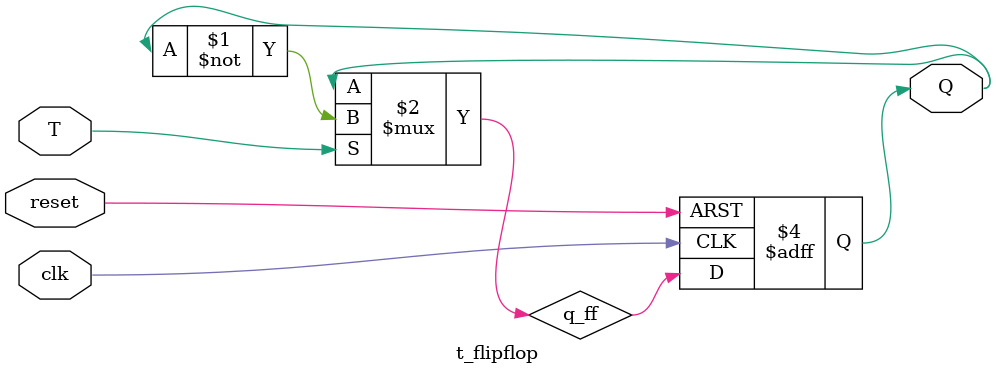
<source format=v>
module t_flipflop(
    input   clk,
    input   reset,
    input   T,
    output reg  Q 
);

wire q_ff;
assign q_ff = (T) ?  ~Q:Q;


always @(posedge clk, posedge reset)begin
    if(reset) 
        Q<=1'b0;
    else
        Q<=q_ff;

end
endmodule
</source>
